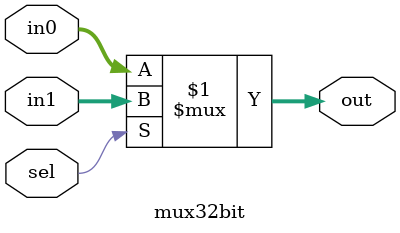
<source format=v>
module mux32bit (
    input [31:0] in0,
    input [31:0] in1,
    input       sel,

    output [31:0] out 
);
    
    assign out = (sel ? in1 : in0);

endmodule
</source>
